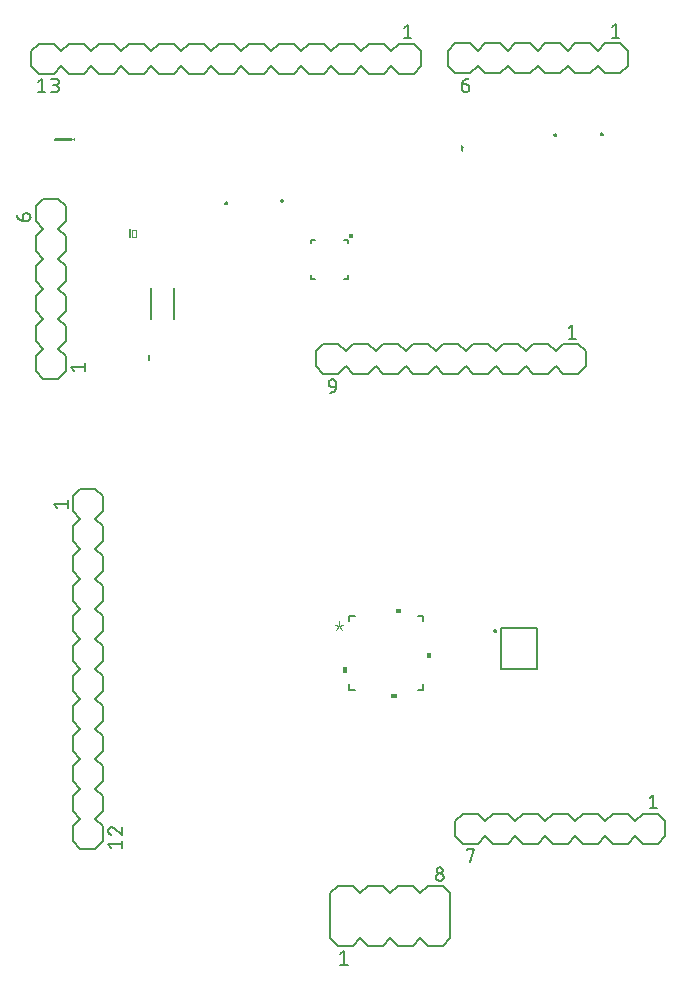
<source format=gto>
G75*
%MOIN*%
%OFA0B0*%
%FSLAX25Y25*%
%IPPOS*%
%LPD*%
%AMOC8*
5,1,8,0,0,1.08239X$1,22.5*
%
%ADD10C,0.00500*%
%ADD11C,0.00600*%
%ADD12C,0.00000*%
%ADD13C,0.00197*%
%ADD14C,0.00591*%
%ADD15C,0.01575*%
%ADD16C,0.00100*%
%ADD17C,0.00300*%
D10*
X0046929Y0051905D02*
X0045929Y0053155D01*
X0050429Y0053155D01*
X0050429Y0051905D02*
X0050429Y0054405D01*
X0050429Y0056405D02*
X0050429Y0058905D01*
X0050429Y0056405D02*
X0047929Y0058530D01*
X0045929Y0057780D02*
X0045931Y0057707D01*
X0045936Y0057635D01*
X0045945Y0057563D01*
X0045958Y0057491D01*
X0045974Y0057420D01*
X0045994Y0057350D01*
X0046018Y0057282D01*
X0046044Y0057214D01*
X0046075Y0057148D01*
X0046108Y0057083D01*
X0046145Y0057021D01*
X0046184Y0056960D01*
X0046227Y0056901D01*
X0046273Y0056844D01*
X0046321Y0056790D01*
X0046372Y0056739D01*
X0046426Y0056689D01*
X0046482Y0056643D01*
X0046540Y0056600D01*
X0046601Y0056559D01*
X0046663Y0056522D01*
X0046727Y0056488D01*
X0046793Y0056457D01*
X0046860Y0056429D01*
X0046929Y0056405D01*
X0047929Y0058529D02*
X0047883Y0058575D01*
X0047834Y0058619D01*
X0047783Y0058659D01*
X0047730Y0058697D01*
X0047675Y0058732D01*
X0047618Y0058764D01*
X0047560Y0058793D01*
X0047500Y0058819D01*
X0047438Y0058841D01*
X0047376Y0058860D01*
X0047313Y0058876D01*
X0047249Y0058888D01*
X0047184Y0058897D01*
X0047119Y0058902D01*
X0047054Y0058904D01*
X0047054Y0058905D02*
X0046989Y0058903D01*
X0046923Y0058897D01*
X0046859Y0058888D01*
X0046795Y0058875D01*
X0046731Y0058858D01*
X0046669Y0058837D01*
X0046608Y0058813D01*
X0046549Y0058785D01*
X0046492Y0058754D01*
X0046436Y0058720D01*
X0046382Y0058682D01*
X0046331Y0058642D01*
X0046282Y0058598D01*
X0046236Y0058552D01*
X0046192Y0058503D01*
X0046152Y0058452D01*
X0046114Y0058398D01*
X0046080Y0058343D01*
X0046049Y0058285D01*
X0046021Y0058226D01*
X0045997Y0058165D01*
X0045976Y0058103D01*
X0045959Y0058039D01*
X0045946Y0057975D01*
X0045937Y0057911D01*
X0045931Y0057845D01*
X0045929Y0057780D01*
X0123214Y0016576D02*
X0124464Y0017576D01*
X0124464Y0013076D01*
X0123214Y0013076D02*
X0125714Y0013076D01*
X0155214Y0042326D02*
X0155216Y0042257D01*
X0155222Y0042188D01*
X0155231Y0042120D01*
X0155244Y0042053D01*
X0155261Y0041986D01*
X0155282Y0041920D01*
X0155306Y0041856D01*
X0155334Y0041793D01*
X0155365Y0041731D01*
X0155399Y0041671D01*
X0155437Y0041614D01*
X0155478Y0041558D01*
X0155521Y0041505D01*
X0155568Y0041454D01*
X0155617Y0041406D01*
X0155669Y0041361D01*
X0155724Y0041319D01*
X0155780Y0041280D01*
X0155839Y0041243D01*
X0155900Y0041211D01*
X0155962Y0041181D01*
X0156026Y0041155D01*
X0156091Y0041133D01*
X0156157Y0041114D01*
X0156224Y0041099D01*
X0156292Y0041088D01*
X0156361Y0041080D01*
X0156430Y0041076D01*
X0156498Y0041076D01*
X0156567Y0041080D01*
X0156636Y0041088D01*
X0156704Y0041099D01*
X0156771Y0041114D01*
X0156837Y0041133D01*
X0156902Y0041155D01*
X0156966Y0041181D01*
X0157028Y0041211D01*
X0157089Y0041243D01*
X0157148Y0041280D01*
X0157204Y0041319D01*
X0157259Y0041361D01*
X0157311Y0041406D01*
X0157360Y0041454D01*
X0157407Y0041505D01*
X0157450Y0041558D01*
X0157491Y0041614D01*
X0157529Y0041671D01*
X0157563Y0041731D01*
X0157594Y0041793D01*
X0157622Y0041856D01*
X0157646Y0041920D01*
X0157667Y0041986D01*
X0157684Y0042053D01*
X0157697Y0042120D01*
X0157706Y0042188D01*
X0157712Y0042257D01*
X0157714Y0042326D01*
X0157712Y0042395D01*
X0157706Y0042464D01*
X0157697Y0042532D01*
X0157684Y0042599D01*
X0157667Y0042666D01*
X0157646Y0042732D01*
X0157622Y0042796D01*
X0157594Y0042859D01*
X0157563Y0042921D01*
X0157529Y0042981D01*
X0157491Y0043038D01*
X0157450Y0043094D01*
X0157407Y0043147D01*
X0157360Y0043198D01*
X0157311Y0043246D01*
X0157259Y0043291D01*
X0157204Y0043333D01*
X0157148Y0043372D01*
X0157089Y0043409D01*
X0157028Y0043441D01*
X0156966Y0043471D01*
X0156902Y0043497D01*
X0156837Y0043519D01*
X0156771Y0043538D01*
X0156704Y0043553D01*
X0156636Y0043564D01*
X0156567Y0043572D01*
X0156498Y0043576D01*
X0156430Y0043576D01*
X0156361Y0043572D01*
X0156292Y0043564D01*
X0156224Y0043553D01*
X0156157Y0043538D01*
X0156091Y0043519D01*
X0156026Y0043497D01*
X0155962Y0043471D01*
X0155900Y0043441D01*
X0155839Y0043409D01*
X0155780Y0043372D01*
X0155724Y0043333D01*
X0155669Y0043291D01*
X0155617Y0043246D01*
X0155568Y0043198D01*
X0155521Y0043147D01*
X0155478Y0043094D01*
X0155437Y0043038D01*
X0155399Y0042981D01*
X0155365Y0042921D01*
X0155334Y0042859D01*
X0155306Y0042796D01*
X0155282Y0042732D01*
X0155261Y0042666D01*
X0155244Y0042599D01*
X0155231Y0042532D01*
X0155222Y0042464D01*
X0155216Y0042395D01*
X0155214Y0042326D01*
X0155464Y0044576D02*
X0155466Y0044514D01*
X0155472Y0044453D01*
X0155481Y0044392D01*
X0155494Y0044332D01*
X0155511Y0044273D01*
X0155532Y0044215D01*
X0155556Y0044158D01*
X0155583Y0044103D01*
X0155614Y0044050D01*
X0155648Y0043998D01*
X0155685Y0043949D01*
X0155725Y0043902D01*
X0155768Y0043858D01*
X0155813Y0043817D01*
X0155861Y0043778D01*
X0155912Y0043742D01*
X0155964Y0043710D01*
X0156018Y0043681D01*
X0156074Y0043655D01*
X0156132Y0043633D01*
X0156190Y0043614D01*
X0156250Y0043599D01*
X0156311Y0043588D01*
X0156372Y0043580D01*
X0156433Y0043576D01*
X0156495Y0043576D01*
X0156556Y0043580D01*
X0156617Y0043588D01*
X0156678Y0043599D01*
X0156738Y0043614D01*
X0156796Y0043633D01*
X0156854Y0043655D01*
X0156910Y0043681D01*
X0156964Y0043710D01*
X0157016Y0043742D01*
X0157067Y0043778D01*
X0157115Y0043817D01*
X0157160Y0043858D01*
X0157203Y0043902D01*
X0157243Y0043949D01*
X0157280Y0043998D01*
X0157314Y0044050D01*
X0157345Y0044103D01*
X0157372Y0044158D01*
X0157396Y0044215D01*
X0157417Y0044273D01*
X0157434Y0044332D01*
X0157447Y0044392D01*
X0157456Y0044453D01*
X0157462Y0044514D01*
X0157464Y0044576D01*
X0157462Y0044638D01*
X0157456Y0044699D01*
X0157447Y0044760D01*
X0157434Y0044820D01*
X0157417Y0044879D01*
X0157396Y0044937D01*
X0157372Y0044994D01*
X0157345Y0045049D01*
X0157314Y0045102D01*
X0157280Y0045154D01*
X0157243Y0045203D01*
X0157203Y0045250D01*
X0157160Y0045294D01*
X0157115Y0045335D01*
X0157067Y0045374D01*
X0157016Y0045410D01*
X0156964Y0045442D01*
X0156910Y0045471D01*
X0156854Y0045497D01*
X0156796Y0045519D01*
X0156738Y0045538D01*
X0156678Y0045553D01*
X0156617Y0045564D01*
X0156556Y0045572D01*
X0156495Y0045576D01*
X0156433Y0045576D01*
X0156372Y0045572D01*
X0156311Y0045564D01*
X0156250Y0045553D01*
X0156190Y0045538D01*
X0156132Y0045519D01*
X0156074Y0045497D01*
X0156018Y0045471D01*
X0155964Y0045442D01*
X0155912Y0045410D01*
X0155861Y0045374D01*
X0155813Y0045335D01*
X0155768Y0045294D01*
X0155725Y0045250D01*
X0155685Y0045203D01*
X0155648Y0045154D01*
X0155614Y0045102D01*
X0155583Y0045049D01*
X0155556Y0044994D01*
X0155532Y0044937D01*
X0155511Y0044879D01*
X0155494Y0044820D01*
X0155481Y0044760D01*
X0155472Y0044699D01*
X0155466Y0044638D01*
X0155464Y0044576D01*
X0166675Y0047189D02*
X0167925Y0051689D01*
X0165425Y0051689D01*
X0165425Y0051189D01*
X0176901Y0111759D02*
X0176901Y0125144D01*
X0188712Y0125144D01*
X0188712Y0111759D01*
X0176901Y0111759D01*
X0226425Y0068689D02*
X0227675Y0069689D01*
X0227675Y0065189D01*
X0226425Y0065189D02*
X0228925Y0065189D01*
X0121924Y0205766D02*
X0121924Y0207016D01*
X0121922Y0207085D01*
X0121916Y0207154D01*
X0121907Y0207222D01*
X0121894Y0207289D01*
X0121877Y0207356D01*
X0121856Y0207422D01*
X0121832Y0207486D01*
X0121804Y0207549D01*
X0121773Y0207611D01*
X0121739Y0207671D01*
X0121701Y0207728D01*
X0121660Y0207784D01*
X0121617Y0207837D01*
X0121570Y0207888D01*
X0121521Y0207936D01*
X0121469Y0207981D01*
X0121414Y0208023D01*
X0121358Y0208062D01*
X0121299Y0208099D01*
X0121238Y0208131D01*
X0121176Y0208161D01*
X0121112Y0208187D01*
X0121047Y0208209D01*
X0120981Y0208228D01*
X0120914Y0208243D01*
X0120846Y0208254D01*
X0120777Y0208262D01*
X0120708Y0208266D01*
X0120640Y0208266D01*
X0120571Y0208262D01*
X0120502Y0208254D01*
X0120434Y0208243D01*
X0120367Y0208228D01*
X0120301Y0208209D01*
X0120236Y0208187D01*
X0120172Y0208161D01*
X0120110Y0208131D01*
X0120049Y0208099D01*
X0119990Y0208062D01*
X0119934Y0208023D01*
X0119879Y0207981D01*
X0119827Y0207936D01*
X0119778Y0207888D01*
X0119731Y0207837D01*
X0119688Y0207784D01*
X0119647Y0207728D01*
X0119609Y0207671D01*
X0119575Y0207611D01*
X0119544Y0207549D01*
X0119516Y0207486D01*
X0119492Y0207422D01*
X0119471Y0207356D01*
X0119454Y0207289D01*
X0119441Y0207222D01*
X0119432Y0207154D01*
X0119426Y0207085D01*
X0119424Y0207016D01*
X0119424Y0206766D01*
X0119426Y0206706D01*
X0119431Y0206645D01*
X0119440Y0206586D01*
X0119453Y0206527D01*
X0119469Y0206468D01*
X0119489Y0206411D01*
X0119512Y0206356D01*
X0119539Y0206301D01*
X0119568Y0206249D01*
X0119601Y0206198D01*
X0119637Y0206149D01*
X0119675Y0206103D01*
X0119717Y0206059D01*
X0119761Y0206017D01*
X0119807Y0205979D01*
X0119856Y0205943D01*
X0119907Y0205910D01*
X0119959Y0205881D01*
X0120014Y0205854D01*
X0120069Y0205831D01*
X0120126Y0205811D01*
X0120185Y0205795D01*
X0120244Y0205782D01*
X0120303Y0205773D01*
X0120364Y0205768D01*
X0120424Y0205766D01*
X0121924Y0205766D01*
X0121922Y0205679D01*
X0121916Y0205592D01*
X0121907Y0205505D01*
X0121894Y0205419D01*
X0121877Y0205333D01*
X0121856Y0205248D01*
X0121831Y0205165D01*
X0121803Y0205082D01*
X0121772Y0205001D01*
X0121737Y0204921D01*
X0121698Y0204843D01*
X0121656Y0204766D01*
X0121611Y0204691D01*
X0121562Y0204619D01*
X0121511Y0204548D01*
X0121456Y0204480D01*
X0121399Y0204415D01*
X0121338Y0204352D01*
X0121275Y0204291D01*
X0121210Y0204234D01*
X0121142Y0204179D01*
X0121071Y0204128D01*
X0120999Y0204079D01*
X0120924Y0204034D01*
X0120847Y0203992D01*
X0120769Y0203953D01*
X0120689Y0203918D01*
X0120608Y0203887D01*
X0120525Y0203859D01*
X0120442Y0203834D01*
X0120357Y0203813D01*
X0120271Y0203796D01*
X0120185Y0203783D01*
X0120098Y0203774D01*
X0120011Y0203768D01*
X0119924Y0203766D01*
X0124660Y0241666D02*
X0125841Y0241666D01*
X0125841Y0243044D01*
X0125841Y0253477D02*
X0125841Y0254658D01*
X0124660Y0254658D01*
X0114818Y0254658D02*
X0113637Y0254658D01*
X0113637Y0253477D01*
X0113637Y0242847D02*
X0113637Y0241666D01*
X0114818Y0241666D01*
X0067774Y0238612D02*
X0067774Y0228454D01*
X0060156Y0228454D02*
X0060156Y0238612D01*
X0038031Y0213594D02*
X0038031Y0211094D01*
X0038031Y0212344D02*
X0033531Y0212344D01*
X0034531Y0211094D01*
X0032429Y0167905D02*
X0032429Y0165405D01*
X0032429Y0166655D02*
X0027929Y0166655D01*
X0028929Y0165405D01*
X0018781Y0261094D02*
X0017531Y0261094D01*
X0017531Y0262594D01*
X0017531Y0261094D02*
X0017444Y0261096D01*
X0017357Y0261102D01*
X0017270Y0261111D01*
X0017184Y0261124D01*
X0017098Y0261141D01*
X0017013Y0261162D01*
X0016930Y0261187D01*
X0016847Y0261215D01*
X0016766Y0261246D01*
X0016686Y0261281D01*
X0016608Y0261320D01*
X0016531Y0261362D01*
X0016456Y0261407D01*
X0016384Y0261456D01*
X0016313Y0261507D01*
X0016245Y0261562D01*
X0016180Y0261619D01*
X0016117Y0261680D01*
X0016056Y0261743D01*
X0015999Y0261808D01*
X0015944Y0261876D01*
X0015893Y0261947D01*
X0015844Y0262019D01*
X0015799Y0262094D01*
X0015757Y0262171D01*
X0015718Y0262249D01*
X0015683Y0262329D01*
X0015652Y0262410D01*
X0015624Y0262493D01*
X0015599Y0262576D01*
X0015578Y0262661D01*
X0015561Y0262747D01*
X0015548Y0262833D01*
X0015539Y0262920D01*
X0015533Y0263007D01*
X0015531Y0263094D01*
X0018531Y0263594D02*
X0018781Y0263594D01*
X0018531Y0263594D02*
X0018471Y0263592D01*
X0018410Y0263587D01*
X0018351Y0263578D01*
X0018292Y0263565D01*
X0018233Y0263549D01*
X0018176Y0263529D01*
X0018121Y0263506D01*
X0018066Y0263479D01*
X0018014Y0263450D01*
X0017963Y0263417D01*
X0017914Y0263381D01*
X0017868Y0263343D01*
X0017824Y0263301D01*
X0017782Y0263257D01*
X0017744Y0263211D01*
X0017708Y0263162D01*
X0017675Y0263111D01*
X0017646Y0263059D01*
X0017619Y0263004D01*
X0017596Y0262949D01*
X0017576Y0262892D01*
X0017560Y0262833D01*
X0017547Y0262774D01*
X0017538Y0262715D01*
X0017533Y0262654D01*
X0017531Y0262594D01*
X0018781Y0263594D02*
X0018850Y0263592D01*
X0018919Y0263586D01*
X0018987Y0263577D01*
X0019054Y0263564D01*
X0019121Y0263547D01*
X0019187Y0263526D01*
X0019251Y0263502D01*
X0019314Y0263474D01*
X0019376Y0263443D01*
X0019436Y0263409D01*
X0019493Y0263371D01*
X0019549Y0263330D01*
X0019602Y0263287D01*
X0019653Y0263240D01*
X0019701Y0263191D01*
X0019746Y0263139D01*
X0019788Y0263084D01*
X0019827Y0263028D01*
X0019864Y0262969D01*
X0019896Y0262908D01*
X0019926Y0262846D01*
X0019952Y0262782D01*
X0019974Y0262717D01*
X0019993Y0262651D01*
X0020008Y0262584D01*
X0020019Y0262516D01*
X0020027Y0262447D01*
X0020031Y0262378D01*
X0020031Y0262310D01*
X0020027Y0262241D01*
X0020019Y0262172D01*
X0020008Y0262104D01*
X0019993Y0262037D01*
X0019974Y0261971D01*
X0019952Y0261906D01*
X0019926Y0261842D01*
X0019896Y0261780D01*
X0019864Y0261719D01*
X0019827Y0261660D01*
X0019788Y0261604D01*
X0019746Y0261549D01*
X0019701Y0261497D01*
X0019653Y0261448D01*
X0019602Y0261401D01*
X0019549Y0261358D01*
X0019493Y0261317D01*
X0019436Y0261279D01*
X0019376Y0261245D01*
X0019314Y0261214D01*
X0019251Y0261186D01*
X0019187Y0261162D01*
X0019121Y0261141D01*
X0019054Y0261124D01*
X0018987Y0261111D01*
X0018919Y0261102D01*
X0018850Y0261096D01*
X0018781Y0261094D01*
X0022490Y0303843D02*
X0024990Y0303843D01*
X0023740Y0303843D02*
X0023740Y0308343D01*
X0022490Y0307343D01*
X0026990Y0308343D02*
X0028490Y0308343D01*
X0028552Y0308341D01*
X0028613Y0308335D01*
X0028674Y0308326D01*
X0028734Y0308313D01*
X0028793Y0308296D01*
X0028851Y0308275D01*
X0028908Y0308251D01*
X0028963Y0308224D01*
X0029016Y0308193D01*
X0029068Y0308159D01*
X0029117Y0308122D01*
X0029164Y0308082D01*
X0029208Y0308039D01*
X0029249Y0307994D01*
X0029288Y0307946D01*
X0029324Y0307895D01*
X0029356Y0307843D01*
X0029385Y0307789D01*
X0029411Y0307733D01*
X0029433Y0307675D01*
X0029452Y0307617D01*
X0029467Y0307557D01*
X0029478Y0307496D01*
X0029486Y0307435D01*
X0029490Y0307374D01*
X0029490Y0307312D01*
X0029486Y0307251D01*
X0029478Y0307190D01*
X0029467Y0307129D01*
X0029452Y0307069D01*
X0029433Y0307011D01*
X0029411Y0306953D01*
X0029385Y0306897D01*
X0029356Y0306843D01*
X0029324Y0306791D01*
X0029288Y0306740D01*
X0029249Y0306692D01*
X0029208Y0306647D01*
X0029164Y0306604D01*
X0029117Y0306564D01*
X0029068Y0306527D01*
X0029016Y0306493D01*
X0028963Y0306462D01*
X0028908Y0306435D01*
X0028851Y0306411D01*
X0028793Y0306390D01*
X0028734Y0306373D01*
X0028674Y0306360D01*
X0028613Y0306351D01*
X0028552Y0306345D01*
X0028490Y0306343D01*
X0027490Y0306343D01*
X0028240Y0306343D02*
X0028309Y0306341D01*
X0028378Y0306335D01*
X0028446Y0306326D01*
X0028513Y0306313D01*
X0028580Y0306296D01*
X0028646Y0306275D01*
X0028710Y0306251D01*
X0028773Y0306223D01*
X0028835Y0306192D01*
X0028895Y0306158D01*
X0028952Y0306120D01*
X0029008Y0306079D01*
X0029061Y0306036D01*
X0029112Y0305989D01*
X0029160Y0305940D01*
X0029205Y0305888D01*
X0029247Y0305833D01*
X0029286Y0305777D01*
X0029323Y0305718D01*
X0029355Y0305657D01*
X0029385Y0305595D01*
X0029411Y0305531D01*
X0029433Y0305466D01*
X0029452Y0305400D01*
X0029467Y0305333D01*
X0029478Y0305265D01*
X0029486Y0305196D01*
X0029490Y0305127D01*
X0029490Y0305059D01*
X0029486Y0304990D01*
X0029478Y0304921D01*
X0029467Y0304853D01*
X0029452Y0304786D01*
X0029433Y0304720D01*
X0029411Y0304655D01*
X0029385Y0304591D01*
X0029355Y0304529D01*
X0029323Y0304468D01*
X0029286Y0304409D01*
X0029247Y0304353D01*
X0029205Y0304298D01*
X0029160Y0304246D01*
X0029112Y0304197D01*
X0029061Y0304150D01*
X0029008Y0304107D01*
X0028952Y0304066D01*
X0028895Y0304028D01*
X0028835Y0303994D01*
X0028773Y0303963D01*
X0028710Y0303935D01*
X0028646Y0303911D01*
X0028580Y0303890D01*
X0028513Y0303873D01*
X0028446Y0303860D01*
X0028378Y0303851D01*
X0028309Y0303845D01*
X0028240Y0303843D01*
X0026990Y0303843D01*
X0144490Y0321843D02*
X0146990Y0321843D01*
X0145740Y0321843D02*
X0145740Y0326343D01*
X0144490Y0325343D01*
X0163859Y0306476D02*
X0163859Y0305226D01*
X0163859Y0306476D02*
X0165359Y0306476D01*
X0163859Y0306476D02*
X0163861Y0306563D01*
X0163867Y0306650D01*
X0163876Y0306737D01*
X0163889Y0306823D01*
X0163906Y0306909D01*
X0163927Y0306994D01*
X0163952Y0307077D01*
X0163980Y0307160D01*
X0164011Y0307241D01*
X0164046Y0307321D01*
X0164085Y0307399D01*
X0164127Y0307476D01*
X0164172Y0307551D01*
X0164221Y0307623D01*
X0164272Y0307694D01*
X0164327Y0307762D01*
X0164384Y0307827D01*
X0164445Y0307890D01*
X0164508Y0307951D01*
X0164573Y0308008D01*
X0164641Y0308063D01*
X0164712Y0308114D01*
X0164784Y0308163D01*
X0164859Y0308208D01*
X0164936Y0308250D01*
X0165014Y0308289D01*
X0165094Y0308324D01*
X0165175Y0308355D01*
X0165258Y0308383D01*
X0165341Y0308408D01*
X0165426Y0308429D01*
X0165512Y0308446D01*
X0165598Y0308459D01*
X0165685Y0308468D01*
X0165772Y0308474D01*
X0165859Y0308476D01*
X0165359Y0306476D02*
X0165419Y0306474D01*
X0165480Y0306469D01*
X0165539Y0306460D01*
X0165598Y0306447D01*
X0165657Y0306431D01*
X0165714Y0306411D01*
X0165769Y0306388D01*
X0165824Y0306361D01*
X0165876Y0306332D01*
X0165927Y0306299D01*
X0165976Y0306263D01*
X0166022Y0306225D01*
X0166066Y0306183D01*
X0166108Y0306139D01*
X0166146Y0306093D01*
X0166182Y0306044D01*
X0166215Y0305993D01*
X0166244Y0305941D01*
X0166271Y0305886D01*
X0166294Y0305831D01*
X0166314Y0305774D01*
X0166330Y0305715D01*
X0166343Y0305656D01*
X0166352Y0305597D01*
X0166357Y0305536D01*
X0166359Y0305476D01*
X0166359Y0305226D01*
X0166357Y0305157D01*
X0166351Y0305088D01*
X0166342Y0305020D01*
X0166329Y0304953D01*
X0166312Y0304886D01*
X0166291Y0304820D01*
X0166267Y0304756D01*
X0166239Y0304693D01*
X0166208Y0304631D01*
X0166174Y0304571D01*
X0166136Y0304514D01*
X0166095Y0304458D01*
X0166052Y0304405D01*
X0166005Y0304354D01*
X0165956Y0304306D01*
X0165904Y0304261D01*
X0165849Y0304219D01*
X0165793Y0304180D01*
X0165734Y0304143D01*
X0165673Y0304111D01*
X0165611Y0304081D01*
X0165547Y0304055D01*
X0165482Y0304033D01*
X0165416Y0304014D01*
X0165349Y0303999D01*
X0165281Y0303988D01*
X0165212Y0303980D01*
X0165143Y0303976D01*
X0165075Y0303976D01*
X0165006Y0303980D01*
X0164937Y0303988D01*
X0164869Y0303999D01*
X0164802Y0304014D01*
X0164736Y0304033D01*
X0164671Y0304055D01*
X0164607Y0304081D01*
X0164545Y0304111D01*
X0164484Y0304143D01*
X0164425Y0304180D01*
X0164369Y0304219D01*
X0164314Y0304261D01*
X0164262Y0304306D01*
X0164213Y0304354D01*
X0164166Y0304405D01*
X0164123Y0304458D01*
X0164082Y0304514D01*
X0164044Y0304571D01*
X0164010Y0304631D01*
X0163979Y0304693D01*
X0163951Y0304756D01*
X0163927Y0304820D01*
X0163906Y0304886D01*
X0163889Y0304953D01*
X0163876Y0305020D01*
X0163867Y0305088D01*
X0163861Y0305157D01*
X0163859Y0305226D01*
X0213859Y0321976D02*
X0216359Y0321976D01*
X0215109Y0321976D02*
X0215109Y0326476D01*
X0213859Y0325476D01*
X0200674Y0226266D02*
X0200674Y0221766D01*
X0199424Y0221766D02*
X0201924Y0221766D01*
X0199424Y0225266D02*
X0200674Y0226266D01*
D11*
X0041679Y0051655D02*
X0036679Y0051655D01*
X0034179Y0054155D01*
X0034179Y0059155D01*
X0036679Y0061655D01*
X0034179Y0064155D01*
X0034179Y0069155D01*
X0036679Y0071655D01*
X0034179Y0074155D01*
X0034179Y0079155D01*
X0036679Y0081655D01*
X0034179Y0084155D01*
X0034179Y0089155D01*
X0036679Y0091655D01*
X0034179Y0094155D01*
X0034179Y0099155D01*
X0036679Y0101655D01*
X0034179Y0104155D01*
X0034179Y0109155D01*
X0036679Y0111655D01*
X0034179Y0114155D01*
X0034179Y0119155D01*
X0036679Y0121655D01*
X0034179Y0124155D01*
X0034179Y0129155D01*
X0036679Y0131655D01*
X0034179Y0134155D01*
X0034179Y0139155D01*
X0036679Y0141655D01*
X0034179Y0144155D01*
X0034179Y0149155D01*
X0036679Y0151655D01*
X0034179Y0154155D01*
X0034179Y0159155D01*
X0036679Y0161655D01*
X0034179Y0164155D01*
X0034179Y0169155D01*
X0036679Y0171655D01*
X0041679Y0171655D01*
X0044179Y0169155D01*
X0044179Y0164155D01*
X0041679Y0161655D01*
X0044179Y0159155D01*
X0044179Y0154155D01*
X0041679Y0151655D01*
X0044179Y0149155D01*
X0044179Y0144155D01*
X0041679Y0141655D01*
X0044179Y0139155D01*
X0044179Y0134155D01*
X0041679Y0131655D01*
X0044179Y0129155D01*
X0044179Y0124155D01*
X0041679Y0121655D01*
X0044179Y0119155D01*
X0044179Y0114155D01*
X0041679Y0111655D01*
X0044179Y0109155D01*
X0044179Y0104155D01*
X0041679Y0101655D01*
X0044179Y0099155D01*
X0044179Y0094155D01*
X0041679Y0091655D01*
X0044179Y0089155D01*
X0044179Y0084155D01*
X0041679Y0081655D01*
X0044179Y0079155D01*
X0044179Y0074155D01*
X0041679Y0071655D01*
X0044179Y0069155D01*
X0044179Y0064155D01*
X0041679Y0061655D01*
X0044179Y0059155D01*
X0044179Y0054155D01*
X0041679Y0051655D01*
X0119964Y0036826D02*
X0119964Y0021826D01*
X0122464Y0019326D01*
X0127464Y0019326D01*
X0129964Y0021826D01*
X0132464Y0019326D01*
X0137464Y0019326D01*
X0139964Y0021826D01*
X0142464Y0019326D01*
X0147464Y0019326D01*
X0149964Y0021826D01*
X0152464Y0019326D01*
X0157464Y0019326D01*
X0159964Y0021826D01*
X0159964Y0036826D01*
X0157464Y0039326D01*
X0152464Y0039326D01*
X0149964Y0036826D01*
X0147464Y0039326D01*
X0142464Y0039326D01*
X0139964Y0036826D01*
X0137464Y0039326D01*
X0132464Y0039326D01*
X0129964Y0036826D01*
X0127464Y0039326D01*
X0122464Y0039326D01*
X0119964Y0036826D01*
X0161675Y0055939D02*
X0161675Y0060939D01*
X0164175Y0063439D01*
X0169175Y0063439D01*
X0171675Y0060939D01*
X0174175Y0063439D01*
X0179175Y0063439D01*
X0181675Y0060939D01*
X0184175Y0063439D01*
X0189175Y0063439D01*
X0191675Y0060939D01*
X0194175Y0063439D01*
X0199175Y0063439D01*
X0201675Y0060939D01*
X0204175Y0063439D01*
X0209175Y0063439D01*
X0211675Y0060939D01*
X0214175Y0063439D01*
X0219175Y0063439D01*
X0221675Y0060939D01*
X0224175Y0063439D01*
X0229175Y0063439D01*
X0231675Y0060939D01*
X0231675Y0055939D01*
X0229175Y0053439D01*
X0224175Y0053439D01*
X0221675Y0055939D01*
X0219175Y0053439D01*
X0214175Y0053439D01*
X0211675Y0055939D01*
X0209175Y0053439D01*
X0204175Y0053439D01*
X0201675Y0055939D01*
X0199175Y0053439D01*
X0194175Y0053439D01*
X0191675Y0055939D01*
X0189175Y0053439D01*
X0184175Y0053439D01*
X0181675Y0055939D01*
X0179175Y0053439D01*
X0174175Y0053439D01*
X0171675Y0055939D01*
X0169175Y0053439D01*
X0164175Y0053439D01*
X0161675Y0055939D01*
X0150933Y0104744D02*
X0149133Y0104744D01*
X0150933Y0104744D02*
X0150933Y0106544D01*
X0150933Y0127544D02*
X0150933Y0129344D01*
X0149133Y0129344D01*
X0128133Y0129344D02*
X0126333Y0129344D01*
X0126333Y0127544D01*
X0126333Y0106544D02*
X0126333Y0104744D01*
X0128133Y0104744D01*
X0127674Y0210016D02*
X0125174Y0212516D01*
X0122674Y0210016D01*
X0117674Y0210016D01*
X0115174Y0212516D01*
X0115174Y0217516D01*
X0117674Y0220016D01*
X0122674Y0220016D01*
X0125174Y0217516D01*
X0127674Y0220016D01*
X0132674Y0220016D01*
X0135174Y0217516D01*
X0137674Y0220016D01*
X0142674Y0220016D01*
X0145174Y0217516D01*
X0147674Y0220016D01*
X0152674Y0220016D01*
X0155174Y0217516D01*
X0157674Y0220016D01*
X0162674Y0220016D01*
X0165174Y0217516D01*
X0167674Y0220016D01*
X0172674Y0220016D01*
X0175174Y0217516D01*
X0177674Y0220016D01*
X0182674Y0220016D01*
X0185174Y0217516D01*
X0187674Y0220016D01*
X0192674Y0220016D01*
X0195174Y0217516D01*
X0197674Y0220016D01*
X0202674Y0220016D01*
X0205174Y0217516D01*
X0205174Y0212516D01*
X0202674Y0210016D01*
X0197674Y0210016D01*
X0195174Y0212516D01*
X0192674Y0210016D01*
X0187674Y0210016D01*
X0185174Y0212516D01*
X0182674Y0210016D01*
X0177674Y0210016D01*
X0175174Y0212516D01*
X0172674Y0210016D01*
X0167674Y0210016D01*
X0165174Y0212516D01*
X0162674Y0210016D01*
X0157674Y0210016D01*
X0155174Y0212516D01*
X0152674Y0210016D01*
X0147674Y0210016D01*
X0145174Y0212516D01*
X0142674Y0210016D01*
X0137674Y0210016D01*
X0135174Y0212516D01*
X0132674Y0210016D01*
X0127674Y0210016D01*
X0104164Y0267772D02*
X0104162Y0267806D01*
X0104156Y0267839D01*
X0104147Y0267871D01*
X0104134Y0267902D01*
X0104118Y0267932D01*
X0104099Y0267959D01*
X0104076Y0267984D01*
X0104051Y0268007D01*
X0104024Y0268026D01*
X0103994Y0268042D01*
X0103963Y0268055D01*
X0103931Y0268064D01*
X0103898Y0268070D01*
X0103864Y0268072D01*
X0103830Y0268070D01*
X0103797Y0268064D01*
X0103765Y0268055D01*
X0103734Y0268042D01*
X0103704Y0268026D01*
X0103677Y0268007D01*
X0103652Y0267984D01*
X0103629Y0267959D01*
X0103610Y0267932D01*
X0103594Y0267902D01*
X0103581Y0267871D01*
X0103572Y0267839D01*
X0103566Y0267806D01*
X0103564Y0267772D01*
X0103566Y0267738D01*
X0103572Y0267705D01*
X0103581Y0267673D01*
X0103594Y0267642D01*
X0103610Y0267612D01*
X0103629Y0267585D01*
X0103652Y0267560D01*
X0103677Y0267537D01*
X0103704Y0267518D01*
X0103734Y0267502D01*
X0103765Y0267489D01*
X0103797Y0267480D01*
X0103830Y0267474D01*
X0103864Y0267472D01*
X0103898Y0267474D01*
X0103931Y0267480D01*
X0103963Y0267489D01*
X0103994Y0267502D01*
X0104024Y0267518D01*
X0104051Y0267537D01*
X0104076Y0267560D01*
X0104099Y0267585D01*
X0104118Y0267612D01*
X0104134Y0267642D01*
X0104147Y0267673D01*
X0104156Y0267705D01*
X0104162Y0267738D01*
X0104164Y0267772D01*
X0085548Y0266916D02*
X0085546Y0266950D01*
X0085540Y0266983D01*
X0085531Y0267015D01*
X0085518Y0267046D01*
X0085502Y0267076D01*
X0085483Y0267103D01*
X0085460Y0267128D01*
X0085435Y0267151D01*
X0085408Y0267170D01*
X0085378Y0267186D01*
X0085347Y0267199D01*
X0085315Y0267208D01*
X0085282Y0267214D01*
X0085248Y0267216D01*
X0085214Y0267214D01*
X0085181Y0267208D01*
X0085149Y0267199D01*
X0085118Y0267186D01*
X0085088Y0267170D01*
X0085061Y0267151D01*
X0085036Y0267128D01*
X0085013Y0267103D01*
X0084994Y0267076D01*
X0084978Y0267046D01*
X0084965Y0267015D01*
X0084956Y0266983D01*
X0084950Y0266950D01*
X0084948Y0266916D01*
X0084950Y0266882D01*
X0084956Y0266849D01*
X0084965Y0266817D01*
X0084978Y0266786D01*
X0084994Y0266756D01*
X0085013Y0266729D01*
X0085036Y0266704D01*
X0085061Y0266681D01*
X0085088Y0266662D01*
X0085118Y0266646D01*
X0085149Y0266633D01*
X0085181Y0266624D01*
X0085214Y0266618D01*
X0085248Y0266616D01*
X0085282Y0266618D01*
X0085315Y0266624D01*
X0085347Y0266633D01*
X0085378Y0266646D01*
X0085408Y0266662D01*
X0085435Y0266681D01*
X0085460Y0266704D01*
X0085483Y0266729D01*
X0085502Y0266756D01*
X0085518Y0266786D01*
X0085531Y0266817D01*
X0085540Y0266849D01*
X0085546Y0266882D01*
X0085548Y0266916D01*
X0087740Y0310093D02*
X0082740Y0310093D01*
X0080240Y0312593D01*
X0077740Y0310093D01*
X0072740Y0310093D01*
X0070240Y0312593D01*
X0067740Y0310093D01*
X0062740Y0310093D01*
X0060240Y0312593D01*
X0057740Y0310093D01*
X0052740Y0310093D01*
X0050240Y0312593D01*
X0047740Y0310093D01*
X0042740Y0310093D01*
X0040240Y0312593D01*
X0037740Y0310093D01*
X0032740Y0310093D01*
X0030240Y0312593D01*
X0027740Y0310093D01*
X0022740Y0310093D01*
X0020240Y0312593D01*
X0020240Y0317593D01*
X0022740Y0320093D01*
X0027740Y0320093D01*
X0030240Y0317593D01*
X0032740Y0320093D01*
X0037740Y0320093D01*
X0040240Y0317593D01*
X0042740Y0320093D01*
X0047740Y0320093D01*
X0050240Y0317593D01*
X0052740Y0320093D01*
X0057740Y0320093D01*
X0060240Y0317593D01*
X0062740Y0320093D01*
X0067740Y0320093D01*
X0070240Y0317593D01*
X0072740Y0320093D01*
X0077740Y0320093D01*
X0080240Y0317593D01*
X0082740Y0320093D01*
X0087740Y0320093D01*
X0090240Y0317593D01*
X0092740Y0320093D01*
X0097740Y0320093D01*
X0100240Y0317593D01*
X0102740Y0320093D01*
X0107740Y0320093D01*
X0110240Y0317593D01*
X0112740Y0320093D01*
X0117740Y0320093D01*
X0120240Y0317593D01*
X0122740Y0320093D01*
X0127740Y0320093D01*
X0130240Y0317593D01*
X0132740Y0320093D01*
X0137740Y0320093D01*
X0140240Y0317593D01*
X0142740Y0320093D01*
X0147740Y0320093D01*
X0150240Y0317593D01*
X0150240Y0312593D01*
X0147740Y0310093D01*
X0142740Y0310093D01*
X0140240Y0312593D01*
X0137740Y0310093D01*
X0132740Y0310093D01*
X0130240Y0312593D01*
X0127740Y0310093D01*
X0122740Y0310093D01*
X0120240Y0312593D01*
X0117740Y0310093D01*
X0112740Y0310093D01*
X0110240Y0312593D01*
X0107740Y0310093D01*
X0102740Y0310093D01*
X0100240Y0312593D01*
X0097740Y0310093D01*
X0092740Y0310093D01*
X0090240Y0312593D01*
X0087740Y0310093D01*
X0031781Y0265844D02*
X0031781Y0260844D01*
X0029281Y0258344D01*
X0031781Y0255844D01*
X0031781Y0250844D01*
X0029281Y0248344D01*
X0031781Y0245844D01*
X0031781Y0240844D01*
X0029281Y0238344D01*
X0031781Y0235844D01*
X0031781Y0230844D01*
X0029281Y0228344D01*
X0031781Y0225844D01*
X0031781Y0220844D01*
X0029281Y0218344D01*
X0031781Y0215844D01*
X0031781Y0210844D01*
X0029281Y0208344D01*
X0024281Y0208344D01*
X0021781Y0210844D01*
X0021781Y0215844D01*
X0024281Y0218344D01*
X0021781Y0220844D01*
X0021781Y0225844D01*
X0024281Y0228344D01*
X0021781Y0230844D01*
X0021781Y0235844D01*
X0024281Y0238344D01*
X0021781Y0240844D01*
X0021781Y0245844D01*
X0024281Y0248344D01*
X0021781Y0250844D01*
X0021781Y0255844D01*
X0024281Y0258344D01*
X0021781Y0260844D01*
X0021781Y0265844D01*
X0024281Y0268344D01*
X0029281Y0268344D01*
X0031781Y0265844D01*
X0159109Y0312726D02*
X0159109Y0317726D01*
X0161609Y0320226D01*
X0166609Y0320226D01*
X0169109Y0317726D01*
X0171609Y0320226D01*
X0176609Y0320226D01*
X0179109Y0317726D01*
X0181609Y0320226D01*
X0186609Y0320226D01*
X0189109Y0317726D01*
X0191609Y0320226D01*
X0196609Y0320226D01*
X0199109Y0317726D01*
X0201609Y0320226D01*
X0206609Y0320226D01*
X0209109Y0317726D01*
X0211609Y0320226D01*
X0216609Y0320226D01*
X0219109Y0317726D01*
X0219109Y0312726D01*
X0216609Y0310226D01*
X0211609Y0310226D01*
X0209109Y0312726D01*
X0206609Y0310226D01*
X0201609Y0310226D01*
X0199109Y0312726D01*
X0196609Y0310226D01*
X0191609Y0310226D01*
X0189109Y0312726D01*
X0186609Y0310226D01*
X0181609Y0310226D01*
X0179109Y0312726D01*
X0176609Y0310226D01*
X0171609Y0310226D01*
X0169109Y0312726D01*
X0166609Y0310226D01*
X0161609Y0310226D01*
X0159109Y0312726D01*
X0194984Y0290011D02*
X0195018Y0290009D01*
X0195051Y0290003D01*
X0195083Y0289994D01*
X0195114Y0289981D01*
X0195144Y0289965D01*
X0195171Y0289946D01*
X0195196Y0289923D01*
X0195219Y0289898D01*
X0195238Y0289871D01*
X0195254Y0289841D01*
X0195267Y0289810D01*
X0195276Y0289778D01*
X0195282Y0289745D01*
X0195284Y0289711D01*
X0195282Y0289677D01*
X0195276Y0289644D01*
X0195267Y0289612D01*
X0195254Y0289581D01*
X0195238Y0289551D01*
X0195219Y0289524D01*
X0195196Y0289499D01*
X0195171Y0289476D01*
X0195144Y0289457D01*
X0195114Y0289441D01*
X0195083Y0289428D01*
X0195051Y0289419D01*
X0195018Y0289413D01*
X0194984Y0289411D01*
X0194950Y0289413D01*
X0194917Y0289419D01*
X0194885Y0289428D01*
X0194854Y0289441D01*
X0194824Y0289457D01*
X0194797Y0289476D01*
X0194772Y0289499D01*
X0194749Y0289524D01*
X0194730Y0289551D01*
X0194714Y0289581D01*
X0194701Y0289612D01*
X0194692Y0289644D01*
X0194686Y0289677D01*
X0194684Y0289711D01*
X0194686Y0289745D01*
X0194692Y0289778D01*
X0194701Y0289810D01*
X0194714Y0289841D01*
X0194730Y0289871D01*
X0194749Y0289898D01*
X0194772Y0289923D01*
X0194797Y0289946D01*
X0194824Y0289965D01*
X0194854Y0289981D01*
X0194885Y0289994D01*
X0194917Y0290003D01*
X0194950Y0290009D01*
X0194984Y0290011D01*
X0210463Y0290207D02*
X0210497Y0290205D01*
X0210530Y0290199D01*
X0210562Y0290190D01*
X0210593Y0290177D01*
X0210623Y0290161D01*
X0210650Y0290142D01*
X0210675Y0290119D01*
X0210698Y0290094D01*
X0210717Y0290067D01*
X0210733Y0290037D01*
X0210746Y0290006D01*
X0210755Y0289974D01*
X0210761Y0289941D01*
X0210763Y0289907D01*
X0210761Y0289873D01*
X0210755Y0289840D01*
X0210746Y0289808D01*
X0210733Y0289777D01*
X0210717Y0289747D01*
X0210698Y0289720D01*
X0210675Y0289695D01*
X0210650Y0289672D01*
X0210623Y0289653D01*
X0210593Y0289637D01*
X0210562Y0289624D01*
X0210530Y0289615D01*
X0210497Y0289609D01*
X0210463Y0289607D01*
X0210429Y0289609D01*
X0210396Y0289615D01*
X0210364Y0289624D01*
X0210333Y0289637D01*
X0210303Y0289653D01*
X0210276Y0289672D01*
X0210251Y0289695D01*
X0210228Y0289720D01*
X0210209Y0289747D01*
X0210193Y0289777D01*
X0210180Y0289808D01*
X0210171Y0289840D01*
X0210165Y0289873D01*
X0210163Y0289907D01*
X0210165Y0289941D01*
X0210171Y0289974D01*
X0210180Y0290006D01*
X0210193Y0290037D01*
X0210209Y0290067D01*
X0210228Y0290094D01*
X0210251Y0290119D01*
X0210276Y0290142D01*
X0210303Y0290161D01*
X0210333Y0290177D01*
X0210364Y0290190D01*
X0210396Y0290199D01*
X0210429Y0290205D01*
X0210463Y0290207D01*
D12*
X0164093Y0285496D02*
X0163593Y0285496D01*
X0163593Y0285718D02*
X0163815Y0285718D01*
X0163871Y0285718D01*
X0163883Y0285719D01*
X0163895Y0285724D01*
X0163906Y0285730D01*
X0163915Y0285739D01*
X0163921Y0285750D01*
X0163926Y0285762D01*
X0163927Y0285774D01*
X0163926Y0285926D02*
X0163426Y0285926D01*
X0163426Y0286148D01*
X0163649Y0286148D02*
X0163649Y0285926D01*
X0163815Y0285718D02*
X0163834Y0285716D01*
X0163853Y0285711D01*
X0163871Y0285703D01*
X0163886Y0285692D01*
X0163900Y0285678D01*
X0163911Y0285663D01*
X0163919Y0285645D01*
X0163924Y0285626D01*
X0163926Y0285607D01*
X0163924Y0285588D01*
X0163919Y0285569D01*
X0163911Y0285552D01*
X0163900Y0285536D01*
X0163886Y0285522D01*
X0163871Y0285511D01*
X0163853Y0285503D01*
X0163834Y0285498D01*
X0163815Y0285496D01*
X0163926Y0285164D02*
X0163426Y0285303D01*
X0163426Y0285025D01*
X0163482Y0285025D01*
X0163899Y0284863D02*
X0163926Y0284863D01*
X0163926Y0284835D01*
X0163899Y0284835D01*
X0163899Y0284863D01*
X0163815Y0284673D02*
X0163815Y0284395D01*
X0163426Y0284506D01*
X0163704Y0284590D02*
X0163926Y0284590D01*
X0059662Y0215972D02*
X0059269Y0215972D01*
X0059269Y0216147D01*
X0059444Y0216147D02*
X0059444Y0215972D01*
X0059487Y0215729D02*
X0059487Y0215620D01*
X0059487Y0215729D02*
X0059485Y0215749D01*
X0059480Y0215768D01*
X0059471Y0215786D01*
X0059459Y0215802D01*
X0059444Y0215816D01*
X0059427Y0215827D01*
X0059408Y0215834D01*
X0059388Y0215838D01*
X0059368Y0215838D01*
X0059348Y0215834D01*
X0059329Y0215827D01*
X0059312Y0215816D01*
X0059297Y0215802D01*
X0059285Y0215786D01*
X0059276Y0215768D01*
X0059271Y0215749D01*
X0059269Y0215729D01*
X0059269Y0215620D01*
X0059662Y0215620D01*
X0059553Y0215470D02*
X0059573Y0215468D01*
X0059592Y0215463D01*
X0059610Y0215454D01*
X0059626Y0215442D01*
X0059640Y0215427D01*
X0059651Y0215410D01*
X0059658Y0215391D01*
X0059662Y0215371D01*
X0059662Y0215351D01*
X0059658Y0215331D01*
X0059651Y0215312D01*
X0059640Y0215295D01*
X0059626Y0215280D01*
X0059610Y0215268D01*
X0059592Y0215259D01*
X0059573Y0215254D01*
X0059553Y0215252D01*
X0059533Y0215254D01*
X0059514Y0215259D01*
X0059496Y0215268D01*
X0059480Y0215280D01*
X0059466Y0215295D01*
X0059455Y0215312D01*
X0059448Y0215331D01*
X0059444Y0215351D01*
X0059444Y0215371D01*
X0059448Y0215391D01*
X0059455Y0215410D01*
X0059466Y0215427D01*
X0059480Y0215442D01*
X0059496Y0215454D01*
X0059514Y0215463D01*
X0059533Y0215468D01*
X0059553Y0215470D01*
X0059356Y0215448D02*
X0059374Y0215446D01*
X0059391Y0215440D01*
X0059407Y0215431D01*
X0059421Y0215419D01*
X0059431Y0215405D01*
X0059439Y0215388D01*
X0059443Y0215370D01*
X0059443Y0215352D01*
X0059439Y0215334D01*
X0059431Y0215318D01*
X0059421Y0215303D01*
X0059407Y0215291D01*
X0059391Y0215282D01*
X0059374Y0215276D01*
X0059356Y0215274D01*
X0059338Y0215276D01*
X0059321Y0215282D01*
X0059305Y0215291D01*
X0059291Y0215303D01*
X0059281Y0215318D01*
X0059273Y0215334D01*
X0059269Y0215352D01*
X0059269Y0215370D01*
X0059273Y0215388D01*
X0059281Y0215405D01*
X0059291Y0215419D01*
X0059305Y0215431D01*
X0059321Y0215440D01*
X0059338Y0215446D01*
X0059356Y0215448D01*
X0059465Y0214755D02*
X0059494Y0214756D01*
X0059524Y0214760D01*
X0059552Y0214767D01*
X0059580Y0214776D01*
X0059607Y0214788D01*
X0059575Y0214777D02*
X0059356Y0214952D01*
X0059323Y0214942D02*
X0059308Y0214935D01*
X0059294Y0214925D01*
X0059283Y0214912D01*
X0059275Y0214898D01*
X0059270Y0214882D01*
X0059268Y0214865D01*
X0059270Y0214848D01*
X0059275Y0214832D01*
X0059283Y0214818D01*
X0059294Y0214805D01*
X0059308Y0214795D01*
X0059323Y0214788D01*
X0059323Y0214941D02*
X0059350Y0214953D01*
X0059378Y0214962D01*
X0059406Y0214969D01*
X0059436Y0214973D01*
X0059465Y0214974D01*
X0059465Y0214755D02*
X0059436Y0214756D01*
X0059406Y0214760D01*
X0059378Y0214767D01*
X0059350Y0214776D01*
X0059323Y0214788D01*
X0059465Y0214974D02*
X0059494Y0214973D01*
X0059524Y0214969D01*
X0059552Y0214962D01*
X0059580Y0214953D01*
X0059607Y0214941D01*
X0059607Y0214942D02*
X0059622Y0214935D01*
X0059636Y0214925D01*
X0059647Y0214912D01*
X0059655Y0214898D01*
X0059660Y0214882D01*
X0059662Y0214865D01*
X0059660Y0214848D01*
X0059655Y0214832D01*
X0059647Y0214818D01*
X0059636Y0214805D01*
X0059622Y0214795D01*
X0059607Y0214788D01*
X0059640Y0215102D02*
X0059640Y0215124D01*
X0059662Y0215124D01*
X0059662Y0215102D01*
X0059640Y0215102D01*
X0053339Y0255767D02*
X0053339Y0255856D01*
X0053339Y0255811D02*
X0052939Y0255811D01*
X0052939Y0255767D02*
X0052939Y0255856D01*
X0052939Y0256000D02*
X0053339Y0256222D01*
X0052939Y0256222D01*
X0052939Y0256384D02*
X0052939Y0256495D01*
X0052939Y0256384D02*
X0053339Y0256384D01*
X0053339Y0256495D01*
X0053337Y0256514D01*
X0053332Y0256533D01*
X0053324Y0256551D01*
X0053313Y0256566D01*
X0053299Y0256580D01*
X0053284Y0256591D01*
X0053266Y0256599D01*
X0053247Y0256604D01*
X0053228Y0256606D01*
X0053051Y0256606D01*
X0053032Y0256604D01*
X0053013Y0256599D01*
X0052996Y0256591D01*
X0052980Y0256580D01*
X0052966Y0256566D01*
X0052955Y0256551D01*
X0052947Y0256533D01*
X0052942Y0256514D01*
X0052940Y0256495D01*
X0052939Y0256768D02*
X0053228Y0256768D01*
X0053247Y0256770D01*
X0053266Y0256775D01*
X0053284Y0256783D01*
X0053299Y0256794D01*
X0053313Y0256808D01*
X0053324Y0256824D01*
X0053332Y0256841D01*
X0053337Y0256860D01*
X0053339Y0256879D01*
X0053337Y0256898D01*
X0053332Y0256917D01*
X0053324Y0256935D01*
X0053313Y0256950D01*
X0053299Y0256964D01*
X0053284Y0256975D01*
X0053266Y0256983D01*
X0053247Y0256988D01*
X0053228Y0256990D01*
X0052939Y0256990D01*
X0053028Y0257140D02*
X0053251Y0257140D01*
X0053251Y0257139D02*
X0053268Y0257141D01*
X0053285Y0257146D01*
X0053300Y0257154D01*
X0053314Y0257165D01*
X0053325Y0257179D01*
X0053333Y0257194D01*
X0053338Y0257211D01*
X0053340Y0257228D01*
X0053339Y0257228D02*
X0053339Y0257317D01*
X0053339Y0257527D02*
X0052939Y0257527D01*
X0052939Y0257416D02*
X0052939Y0257638D01*
X0053051Y0257752D02*
X0053228Y0257752D01*
X0053247Y0257754D01*
X0053266Y0257759D01*
X0053284Y0257767D01*
X0053299Y0257778D01*
X0053313Y0257792D01*
X0053324Y0257808D01*
X0053332Y0257825D01*
X0053337Y0257844D01*
X0053339Y0257863D01*
X0053337Y0257882D01*
X0053332Y0257901D01*
X0053324Y0257919D01*
X0053313Y0257934D01*
X0053299Y0257948D01*
X0053284Y0257959D01*
X0053266Y0257967D01*
X0053247Y0257972D01*
X0053228Y0257974D01*
X0053051Y0257974D01*
X0053032Y0257972D01*
X0053013Y0257967D01*
X0052996Y0257959D01*
X0052980Y0257948D01*
X0052966Y0257934D01*
X0052955Y0257919D01*
X0052947Y0257901D01*
X0052942Y0257882D01*
X0052940Y0257863D01*
X0052942Y0257844D01*
X0052947Y0257825D01*
X0052955Y0257808D01*
X0052966Y0257792D01*
X0052980Y0257778D01*
X0052996Y0257767D01*
X0053013Y0257759D01*
X0053032Y0257754D01*
X0053051Y0257752D01*
X0053162Y0258125D02*
X0053162Y0258236D01*
X0053162Y0258258D02*
X0053339Y0258347D01*
X0053339Y0258125D02*
X0052939Y0258125D01*
X0052939Y0258236D01*
X0052940Y0258236D02*
X0052942Y0258255D01*
X0052947Y0258274D01*
X0052955Y0258292D01*
X0052966Y0258307D01*
X0052980Y0258321D01*
X0052996Y0258332D01*
X0053013Y0258340D01*
X0053032Y0258345D01*
X0053051Y0258347D01*
X0053070Y0258345D01*
X0053089Y0258340D01*
X0053107Y0258332D01*
X0053122Y0258321D01*
X0053136Y0258307D01*
X0053147Y0258292D01*
X0053155Y0258274D01*
X0053160Y0258255D01*
X0053162Y0258236D01*
X0052939Y0257317D02*
X0052939Y0257228D01*
X0052941Y0257211D01*
X0052946Y0257194D01*
X0052954Y0257179D01*
X0052965Y0257165D01*
X0052979Y0257154D01*
X0052994Y0257146D01*
X0053011Y0257141D01*
X0053028Y0257139D01*
X0052939Y0256000D02*
X0053339Y0256000D01*
X0034604Y0288009D02*
X0034382Y0288009D01*
X0034382Y0288509D01*
X0034192Y0288204D02*
X0033859Y0288204D01*
X0033669Y0288009D02*
X0033669Y0288509D01*
X0033391Y0288509D02*
X0033669Y0288009D01*
X0033391Y0288009D02*
X0033391Y0288509D01*
X0033163Y0288287D02*
X0032926Y0288009D01*
X0033204Y0288009D01*
X0032926Y0288399D02*
X0032934Y0288419D01*
X0032945Y0288439D01*
X0032959Y0288457D01*
X0032975Y0288472D01*
X0032994Y0288485D01*
X0033013Y0288496D01*
X0033035Y0288504D01*
X0033057Y0288508D01*
X0033079Y0288510D01*
X0033079Y0288509D02*
X0033099Y0288507D01*
X0033118Y0288503D01*
X0033136Y0288495D01*
X0033152Y0288485D01*
X0033167Y0288472D01*
X0033180Y0288457D01*
X0033190Y0288441D01*
X0033198Y0288423D01*
X0033202Y0288404D01*
X0033204Y0288384D01*
X0033202Y0288362D01*
X0033197Y0288341D01*
X0033189Y0288321D01*
X0033177Y0288303D01*
X0033162Y0288287D01*
X0032519Y0288078D02*
X0032504Y0288113D01*
X0032492Y0288148D01*
X0032484Y0288185D01*
X0032479Y0288222D01*
X0032477Y0288259D01*
X0032754Y0288259D02*
X0032752Y0288296D01*
X0032747Y0288333D01*
X0032739Y0288370D01*
X0032727Y0288405D01*
X0032712Y0288440D01*
X0032726Y0288398D02*
X0032504Y0288120D01*
X0032615Y0288009D02*
X0032633Y0288011D01*
X0032651Y0288015D01*
X0032667Y0288023D01*
X0032682Y0288034D01*
X0032695Y0288047D01*
X0032705Y0288062D01*
X0032712Y0288079D01*
X0032615Y0288009D02*
X0032597Y0288011D01*
X0032579Y0288015D01*
X0032563Y0288023D01*
X0032548Y0288034D01*
X0032535Y0288047D01*
X0032525Y0288062D01*
X0032518Y0288079D01*
X0032304Y0288120D02*
X0032026Y0288120D01*
X0032138Y0288509D01*
X0032221Y0288232D02*
X0032221Y0288009D01*
X0032712Y0288078D02*
X0032727Y0288113D01*
X0032739Y0288148D01*
X0032747Y0288185D01*
X0032752Y0288222D01*
X0032754Y0288259D01*
X0032476Y0288259D02*
X0032478Y0288296D01*
X0032483Y0288333D01*
X0032491Y0288370D01*
X0032503Y0288405D01*
X0032518Y0288440D01*
X0032615Y0288510D02*
X0032633Y0288508D01*
X0032651Y0288504D01*
X0032667Y0288496D01*
X0032682Y0288485D01*
X0032695Y0288472D01*
X0032705Y0288457D01*
X0032712Y0288440D01*
X0032615Y0288510D02*
X0032597Y0288508D01*
X0032579Y0288504D01*
X0032563Y0288496D01*
X0032548Y0288485D01*
X0032535Y0288472D01*
X0032525Y0288457D01*
X0032518Y0288440D01*
X0031577Y0288259D02*
X0031579Y0288222D01*
X0031584Y0288185D01*
X0031592Y0288148D01*
X0031604Y0288113D01*
X0031619Y0288078D01*
X0031604Y0288120D02*
X0031826Y0288398D01*
X0031812Y0288440D02*
X0031805Y0288457D01*
X0031795Y0288472D01*
X0031782Y0288485D01*
X0031767Y0288496D01*
X0031751Y0288504D01*
X0031733Y0288508D01*
X0031715Y0288510D01*
X0031697Y0288508D01*
X0031679Y0288504D01*
X0031663Y0288496D01*
X0031648Y0288485D01*
X0031635Y0288472D01*
X0031625Y0288457D01*
X0031618Y0288440D01*
X0031423Y0288509D02*
X0031312Y0288509D01*
X0031293Y0288507D01*
X0031274Y0288502D01*
X0031256Y0288494D01*
X0031241Y0288483D01*
X0031227Y0288469D01*
X0031216Y0288453D01*
X0031208Y0288436D01*
X0031203Y0288417D01*
X0031201Y0288398D01*
X0031201Y0288120D01*
X0031203Y0288101D01*
X0031208Y0288082D01*
X0031216Y0288065D01*
X0031227Y0288049D01*
X0031241Y0288035D01*
X0031257Y0288024D01*
X0031274Y0288016D01*
X0031293Y0288011D01*
X0031312Y0288009D01*
X0031423Y0288009D01*
X0031812Y0288078D02*
X0031827Y0288113D01*
X0031839Y0288148D01*
X0031847Y0288185D01*
X0031852Y0288222D01*
X0031854Y0288259D01*
X0031577Y0288259D02*
X0031579Y0288296D01*
X0031584Y0288333D01*
X0031592Y0288370D01*
X0031604Y0288405D01*
X0031619Y0288440D01*
X0031812Y0288440D02*
X0031827Y0288405D01*
X0031839Y0288370D01*
X0031847Y0288333D01*
X0031852Y0288296D01*
X0031854Y0288259D01*
X0031812Y0288079D02*
X0031805Y0288062D01*
X0031795Y0288047D01*
X0031782Y0288034D01*
X0031767Y0288023D01*
X0031751Y0288015D01*
X0031733Y0288011D01*
X0031715Y0288009D01*
X0031697Y0288011D01*
X0031679Y0288015D01*
X0031663Y0288023D01*
X0031648Y0288034D01*
X0031635Y0288047D01*
X0031625Y0288062D01*
X0031618Y0288079D01*
X0031031Y0288009D02*
X0030920Y0288232D01*
X0030892Y0288232D02*
X0030753Y0288232D01*
X0030892Y0288231D02*
X0030914Y0288233D01*
X0030935Y0288238D01*
X0030955Y0288246D01*
X0030974Y0288258D01*
X0030990Y0288272D01*
X0031004Y0288288D01*
X0031016Y0288307D01*
X0031024Y0288327D01*
X0031029Y0288348D01*
X0031031Y0288370D01*
X0031029Y0288392D01*
X0031024Y0288413D01*
X0031016Y0288433D01*
X0031004Y0288452D01*
X0030990Y0288468D01*
X0030974Y0288482D01*
X0030955Y0288494D01*
X0030935Y0288502D01*
X0030914Y0288507D01*
X0030892Y0288509D01*
X0030753Y0288509D01*
X0030753Y0288009D01*
X0030547Y0288009D02*
X0030547Y0288509D01*
X0030380Y0288232D01*
X0030214Y0288509D01*
X0030214Y0288009D01*
X0030009Y0288009D02*
X0030009Y0288509D01*
X0030009Y0288287D02*
X0029732Y0288287D01*
X0029544Y0288370D02*
X0029544Y0288148D01*
X0029542Y0288126D01*
X0029537Y0288105D01*
X0029529Y0288085D01*
X0029517Y0288066D01*
X0029503Y0288050D01*
X0029487Y0288036D01*
X0029468Y0288024D01*
X0029448Y0288016D01*
X0029427Y0288011D01*
X0029405Y0288009D01*
X0029383Y0288011D01*
X0029362Y0288016D01*
X0029342Y0288024D01*
X0029323Y0288036D01*
X0029307Y0288050D01*
X0029293Y0288066D01*
X0029281Y0288085D01*
X0029273Y0288105D01*
X0029268Y0288126D01*
X0029266Y0288148D01*
X0029267Y0288148D02*
X0029267Y0288370D01*
X0028817Y0288259D02*
X0028819Y0288222D01*
X0028824Y0288185D01*
X0028832Y0288148D01*
X0028844Y0288113D01*
X0028859Y0288078D01*
X0028844Y0288120D02*
X0029067Y0288398D01*
X0029052Y0288440D02*
X0029045Y0288457D01*
X0029035Y0288472D01*
X0029022Y0288485D01*
X0029007Y0288496D01*
X0028991Y0288504D01*
X0028973Y0288508D01*
X0028955Y0288510D01*
X0028937Y0288508D01*
X0028919Y0288504D01*
X0028903Y0288496D01*
X0028888Y0288485D01*
X0028875Y0288472D01*
X0028865Y0288457D01*
X0028858Y0288440D01*
X0028367Y0288259D02*
X0028369Y0288222D01*
X0028374Y0288185D01*
X0028382Y0288148D01*
X0028394Y0288113D01*
X0028409Y0288078D01*
X0028394Y0288120D02*
X0028617Y0288398D01*
X0028602Y0288440D02*
X0028595Y0288457D01*
X0028585Y0288472D01*
X0028572Y0288485D01*
X0028557Y0288496D01*
X0028541Y0288504D01*
X0028523Y0288508D01*
X0028505Y0288510D01*
X0028487Y0288508D01*
X0028469Y0288504D01*
X0028453Y0288496D01*
X0028438Y0288485D01*
X0028425Y0288472D01*
X0028415Y0288457D01*
X0028408Y0288440D01*
X0028602Y0288440D02*
X0028617Y0288405D01*
X0028629Y0288370D01*
X0028637Y0288333D01*
X0028642Y0288296D01*
X0028644Y0288259D01*
X0029052Y0288078D02*
X0029067Y0288113D01*
X0029079Y0288148D01*
X0029087Y0288185D01*
X0029092Y0288222D01*
X0029094Y0288259D01*
X0028817Y0288259D02*
X0028819Y0288296D01*
X0028824Y0288333D01*
X0028832Y0288370D01*
X0028844Y0288405D01*
X0028859Y0288440D01*
X0028409Y0288440D02*
X0028394Y0288405D01*
X0028382Y0288370D01*
X0028374Y0288333D01*
X0028369Y0288296D01*
X0028367Y0288259D01*
X0028644Y0288259D02*
X0028642Y0288222D01*
X0028637Y0288185D01*
X0028629Y0288148D01*
X0028617Y0288113D01*
X0028602Y0288078D01*
X0028602Y0288079D02*
X0028595Y0288062D01*
X0028585Y0288047D01*
X0028572Y0288034D01*
X0028557Y0288023D01*
X0028541Y0288015D01*
X0028523Y0288011D01*
X0028505Y0288009D01*
X0028487Y0288011D01*
X0028469Y0288015D01*
X0028453Y0288023D01*
X0028438Y0288034D01*
X0028425Y0288047D01*
X0028415Y0288062D01*
X0028408Y0288079D01*
X0028194Y0288009D02*
X0027917Y0288009D01*
X0028055Y0288009D02*
X0028055Y0288509D01*
X0027917Y0288398D01*
X0029052Y0288440D02*
X0029067Y0288405D01*
X0029079Y0288370D01*
X0029087Y0288333D01*
X0029092Y0288296D01*
X0029094Y0288259D01*
X0029052Y0288079D02*
X0029045Y0288062D01*
X0029035Y0288047D01*
X0029022Y0288034D01*
X0029007Y0288023D01*
X0028991Y0288015D01*
X0028973Y0288011D01*
X0028955Y0288009D01*
X0028937Y0288011D01*
X0028919Y0288015D01*
X0028903Y0288023D01*
X0028888Y0288034D01*
X0028875Y0288047D01*
X0028865Y0288062D01*
X0028858Y0288079D01*
X0029266Y0288370D02*
X0029268Y0288392D01*
X0029273Y0288413D01*
X0029281Y0288433D01*
X0029293Y0288452D01*
X0029307Y0288468D01*
X0029323Y0288482D01*
X0029342Y0288494D01*
X0029362Y0288502D01*
X0029383Y0288507D01*
X0029405Y0288509D01*
X0029427Y0288507D01*
X0029448Y0288502D01*
X0029468Y0288494D01*
X0029487Y0288482D01*
X0029503Y0288468D01*
X0029517Y0288452D01*
X0029529Y0288433D01*
X0029537Y0288413D01*
X0029542Y0288392D01*
X0029544Y0288370D01*
X0029732Y0288509D02*
X0029732Y0288009D01*
D13*
X0053849Y0258028D02*
X0053849Y0255666D01*
X0055030Y0255666D01*
X0055030Y0258028D01*
X0053849Y0258028D01*
D14*
X0174638Y0124357D02*
X0174640Y0124391D01*
X0174646Y0124425D01*
X0174656Y0124458D01*
X0174669Y0124489D01*
X0174687Y0124519D01*
X0174707Y0124547D01*
X0174731Y0124572D01*
X0174757Y0124594D01*
X0174785Y0124612D01*
X0174816Y0124628D01*
X0174848Y0124640D01*
X0174882Y0124648D01*
X0174916Y0124652D01*
X0174950Y0124652D01*
X0174984Y0124648D01*
X0175018Y0124640D01*
X0175050Y0124628D01*
X0175080Y0124612D01*
X0175109Y0124594D01*
X0175135Y0124572D01*
X0175159Y0124547D01*
X0175179Y0124519D01*
X0175197Y0124489D01*
X0175210Y0124458D01*
X0175220Y0124425D01*
X0175226Y0124391D01*
X0175228Y0124357D01*
X0175226Y0124323D01*
X0175220Y0124289D01*
X0175210Y0124256D01*
X0175197Y0124225D01*
X0175179Y0124195D01*
X0175159Y0124167D01*
X0175135Y0124142D01*
X0175109Y0124120D01*
X0175081Y0124102D01*
X0175050Y0124086D01*
X0175018Y0124074D01*
X0174984Y0124066D01*
X0174950Y0124062D01*
X0174916Y0124062D01*
X0174882Y0124066D01*
X0174848Y0124074D01*
X0174816Y0124086D01*
X0174785Y0124102D01*
X0174757Y0124120D01*
X0174731Y0124142D01*
X0174707Y0124167D01*
X0174687Y0124195D01*
X0174669Y0124225D01*
X0174656Y0124256D01*
X0174646Y0124289D01*
X0174640Y0124323D01*
X0174638Y0124357D01*
D15*
X0127022Y0255839D03*
D16*
X0141820Y0131644D02*
X0143320Y0131644D01*
X0143320Y0130644D01*
X0141820Y0130644D01*
X0141820Y0131644D01*
X0141820Y0131608D02*
X0143320Y0131608D01*
X0143320Y0131510D02*
X0141820Y0131510D01*
X0141820Y0131411D02*
X0143320Y0131411D01*
X0143320Y0131313D02*
X0141820Y0131313D01*
X0141820Y0131214D02*
X0143320Y0131214D01*
X0143320Y0131116D02*
X0141820Y0131116D01*
X0141820Y0131017D02*
X0143320Y0131017D01*
X0143320Y0130919D02*
X0141820Y0130919D01*
X0141820Y0130820D02*
X0143320Y0130820D01*
X0143320Y0130722D02*
X0141820Y0130722D01*
X0152233Y0117007D02*
X0153233Y0117007D01*
X0153233Y0115507D01*
X0152233Y0115507D01*
X0152233Y0117007D01*
X0152233Y0116930D02*
X0153233Y0116930D01*
X0153233Y0116832D02*
X0152233Y0116832D01*
X0152233Y0116733D02*
X0153233Y0116733D01*
X0153233Y0116635D02*
X0152233Y0116635D01*
X0152233Y0116536D02*
X0153233Y0116536D01*
X0153233Y0116438D02*
X0152233Y0116438D01*
X0152233Y0116339D02*
X0153233Y0116339D01*
X0153233Y0116241D02*
X0152233Y0116241D01*
X0152233Y0116142D02*
X0153233Y0116142D01*
X0153233Y0116044D02*
X0152233Y0116044D01*
X0152233Y0115945D02*
X0153233Y0115945D01*
X0153233Y0115847D02*
X0152233Y0115847D01*
X0152233Y0115748D02*
X0153233Y0115748D01*
X0153233Y0115650D02*
X0152233Y0115650D01*
X0152233Y0115551D02*
X0153233Y0115551D01*
X0141746Y0103444D02*
X0140246Y0103444D01*
X0140246Y0102444D01*
X0141746Y0102444D01*
X0141746Y0103444D01*
X0141746Y0103434D02*
X0140246Y0103434D01*
X0140246Y0103336D02*
X0141746Y0103336D01*
X0141746Y0103237D02*
X0140246Y0103237D01*
X0140246Y0103139D02*
X0141746Y0103139D01*
X0141746Y0103040D02*
X0140246Y0103040D01*
X0140246Y0102942D02*
X0141746Y0102942D01*
X0141746Y0102843D02*
X0140246Y0102843D01*
X0140246Y0102745D02*
X0141746Y0102745D01*
X0141746Y0102646D02*
X0140246Y0102646D01*
X0140246Y0102548D02*
X0141746Y0102548D01*
X0141746Y0102449D02*
X0140246Y0102449D01*
X0125033Y0110782D02*
X0125033Y0112282D01*
X0124033Y0112282D01*
X0124033Y0110782D01*
X0125033Y0110782D01*
X0125033Y0110823D02*
X0124033Y0110823D01*
X0124033Y0110921D02*
X0125033Y0110921D01*
X0125033Y0111020D02*
X0124033Y0111020D01*
X0124033Y0111118D02*
X0125033Y0111118D01*
X0125033Y0111217D02*
X0124033Y0111217D01*
X0124033Y0111315D02*
X0125033Y0111315D01*
X0125033Y0111414D02*
X0124033Y0111414D01*
X0124033Y0111512D02*
X0125033Y0111512D01*
X0125033Y0111611D02*
X0124033Y0111611D01*
X0124033Y0111709D02*
X0125033Y0111709D01*
X0125033Y0111808D02*
X0124033Y0111808D01*
X0124033Y0111906D02*
X0125033Y0111906D01*
X0125033Y0112005D02*
X0124033Y0112005D01*
X0124033Y0112103D02*
X0125033Y0112103D01*
X0125033Y0112202D02*
X0124033Y0112202D01*
D17*
X0123733Y0124747D02*
X0122819Y0125922D01*
X0121383Y0126444D01*
X0122819Y0125922D02*
X0121906Y0124747D01*
X0122819Y0125922D02*
X0124256Y0126444D01*
X0122819Y0125922D02*
X0122819Y0127488D01*
M02*

</source>
